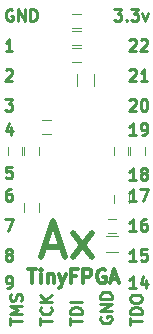
<source format=gbr>
%TF.GenerationSoftware,KiCad,Pcbnew,(5.1.9)-1*%
%TF.CreationDate,2021-07-11T13:39:41+02:00*%
%TF.ProjectId,TinyFPGA-A,54696e79-4650-4474-912d-412e6b696361,rev?*%
%TF.SameCoordinates,Original*%
%TF.FileFunction,Legend,Top*%
%TF.FilePolarity,Positive*%
%FSLAX46Y46*%
G04 Gerber Fmt 4.6, Leading zero omitted, Abs format (unit mm)*
G04 Created by KiCad (PCBNEW (5.1.9)-1) date 2021-07-11 13:39:41*
%MOMM*%
%LPD*%
G01*
G04 APERTURE LIST*
%ADD10C,0.500000*%
%ADD11C,0.300000*%
%ADD12C,0.250000*%
%ADD13C,0.120000*%
G04 APERTURE END LIST*
D10*
X86209428Y-138930000D02*
X87638000Y-138930000D01*
X85923714Y-139787142D02*
X86923714Y-136787142D01*
X87923714Y-139787142D01*
X88638000Y-139787142D02*
X90209428Y-137787142D01*
X88638000Y-137787142D02*
X90209428Y-139787142D01*
D11*
X84792857Y-140842857D02*
X85478571Y-140842857D01*
X85135714Y-142042857D02*
X85135714Y-140842857D01*
X85878571Y-142042857D02*
X85878571Y-141242857D01*
X85878571Y-140842857D02*
X85821428Y-140900000D01*
X85878571Y-140957142D01*
X85935714Y-140900000D01*
X85878571Y-140842857D01*
X85878571Y-140957142D01*
X86450000Y-141242857D02*
X86450000Y-142042857D01*
X86450000Y-141357142D02*
X86507142Y-141300000D01*
X86621428Y-141242857D01*
X86792857Y-141242857D01*
X86907142Y-141300000D01*
X86964285Y-141414285D01*
X86964285Y-142042857D01*
X87421428Y-141242857D02*
X87707142Y-142042857D01*
X87992857Y-141242857D02*
X87707142Y-142042857D01*
X87592857Y-142328571D01*
X87535714Y-142385714D01*
X87421428Y-142442857D01*
X88850000Y-141414285D02*
X88450000Y-141414285D01*
X88450000Y-142042857D02*
X88450000Y-140842857D01*
X89021428Y-140842857D01*
X89478571Y-142042857D02*
X89478571Y-140842857D01*
X89935714Y-140842857D01*
X90050000Y-140900000D01*
X90107142Y-140957142D01*
X90164285Y-141071428D01*
X90164285Y-141242857D01*
X90107142Y-141357142D01*
X90050000Y-141414285D01*
X89935714Y-141471428D01*
X89478571Y-141471428D01*
X91307142Y-140900000D02*
X91192857Y-140842857D01*
X91021428Y-140842857D01*
X90850000Y-140900000D01*
X90735714Y-141014285D01*
X90678571Y-141128571D01*
X90621428Y-141357142D01*
X90621428Y-141528571D01*
X90678571Y-141757142D01*
X90735714Y-141871428D01*
X90850000Y-141985714D01*
X91021428Y-142042857D01*
X91135714Y-142042857D01*
X91307142Y-141985714D01*
X91364285Y-141928571D01*
X91364285Y-141528571D01*
X91135714Y-141528571D01*
X91821428Y-141700000D02*
X92392857Y-141700000D01*
X91707142Y-142042857D02*
X92107142Y-140842857D01*
X92507142Y-142042857D01*
D12*
X93373214Y-121467619D02*
X93420833Y-121420000D01*
X93516071Y-121372380D01*
X93754166Y-121372380D01*
X93849404Y-121420000D01*
X93897023Y-121467619D01*
X93944642Y-121562857D01*
X93944642Y-121658095D01*
X93897023Y-121800952D01*
X93325595Y-122372380D01*
X93944642Y-122372380D01*
X94325595Y-121467619D02*
X94373214Y-121420000D01*
X94468452Y-121372380D01*
X94706547Y-121372380D01*
X94801785Y-121420000D01*
X94849404Y-121467619D01*
X94897023Y-121562857D01*
X94897023Y-121658095D01*
X94849404Y-121800952D01*
X94277976Y-122372380D01*
X94897023Y-122372380D01*
X93373214Y-124007619D02*
X93420833Y-123960000D01*
X93516071Y-123912380D01*
X93754166Y-123912380D01*
X93849404Y-123960000D01*
X93897023Y-124007619D01*
X93944642Y-124102857D01*
X93944642Y-124198095D01*
X93897023Y-124340952D01*
X93325595Y-124912380D01*
X93944642Y-124912380D01*
X94897023Y-124912380D02*
X94325595Y-124912380D01*
X94611309Y-124912380D02*
X94611309Y-123912380D01*
X94516071Y-124055238D01*
X94420833Y-124150476D01*
X94325595Y-124198095D01*
X93373214Y-126547619D02*
X93420833Y-126500000D01*
X93516071Y-126452380D01*
X93754166Y-126452380D01*
X93849404Y-126500000D01*
X93897023Y-126547619D01*
X93944642Y-126642857D01*
X93944642Y-126738095D01*
X93897023Y-126880952D01*
X93325595Y-127452380D01*
X93944642Y-127452380D01*
X94563690Y-126452380D02*
X94658928Y-126452380D01*
X94754166Y-126500000D01*
X94801785Y-126547619D01*
X94849404Y-126642857D01*
X94897023Y-126833333D01*
X94897023Y-127071428D01*
X94849404Y-127261904D01*
X94801785Y-127357142D01*
X94754166Y-127404761D01*
X94658928Y-127452380D01*
X94563690Y-127452380D01*
X94468452Y-127404761D01*
X94420833Y-127357142D01*
X94373214Y-127261904D01*
X94325595Y-127071428D01*
X94325595Y-126833333D01*
X94373214Y-126642857D01*
X94420833Y-126547619D01*
X94468452Y-126500000D01*
X94563690Y-126452380D01*
X93944642Y-129484380D02*
X93373214Y-129484380D01*
X93658928Y-129484380D02*
X93658928Y-128484380D01*
X93563690Y-128627238D01*
X93468452Y-128722476D01*
X93373214Y-128770095D01*
X94420833Y-129484380D02*
X94611309Y-129484380D01*
X94706547Y-129436761D01*
X94754166Y-129389142D01*
X94849404Y-129246285D01*
X94897023Y-129055809D01*
X94897023Y-128674857D01*
X94849404Y-128579619D01*
X94801785Y-128532000D01*
X94706547Y-128484380D01*
X94516071Y-128484380D01*
X94420833Y-128532000D01*
X94373214Y-128579619D01*
X94325595Y-128674857D01*
X94325595Y-128912952D01*
X94373214Y-129008190D01*
X94420833Y-129055809D01*
X94516071Y-129103428D01*
X94706547Y-129103428D01*
X94801785Y-129055809D01*
X94849404Y-129008190D01*
X94897023Y-128912952D01*
X93944642Y-133294380D02*
X93373214Y-133294380D01*
X93658928Y-133294380D02*
X93658928Y-132294380D01*
X93563690Y-132437238D01*
X93468452Y-132532476D01*
X93373214Y-132580095D01*
X94516071Y-132722952D02*
X94420833Y-132675333D01*
X94373214Y-132627714D01*
X94325595Y-132532476D01*
X94325595Y-132484857D01*
X94373214Y-132389619D01*
X94420833Y-132342000D01*
X94516071Y-132294380D01*
X94706547Y-132294380D01*
X94801785Y-132342000D01*
X94849404Y-132389619D01*
X94897023Y-132484857D01*
X94897023Y-132532476D01*
X94849404Y-132627714D01*
X94801785Y-132675333D01*
X94706547Y-132722952D01*
X94516071Y-132722952D01*
X94420833Y-132770571D01*
X94373214Y-132818190D01*
X94325595Y-132913428D01*
X94325595Y-133103904D01*
X94373214Y-133199142D01*
X94420833Y-133246761D01*
X94516071Y-133294380D01*
X94706547Y-133294380D01*
X94801785Y-133246761D01*
X94849404Y-133199142D01*
X94897023Y-133103904D01*
X94897023Y-132913428D01*
X94849404Y-132818190D01*
X94801785Y-132770571D01*
X94706547Y-132722952D01*
X93944642Y-135072380D02*
X93373214Y-135072380D01*
X93658928Y-135072380D02*
X93658928Y-134072380D01*
X93563690Y-134215238D01*
X93468452Y-134310476D01*
X93373214Y-134358095D01*
X94277976Y-134072380D02*
X94944642Y-134072380D01*
X94516071Y-135072380D01*
X93944642Y-137612380D02*
X93373214Y-137612380D01*
X93658928Y-137612380D02*
X93658928Y-136612380D01*
X93563690Y-136755238D01*
X93468452Y-136850476D01*
X93373214Y-136898095D01*
X94801785Y-136612380D02*
X94611309Y-136612380D01*
X94516071Y-136660000D01*
X94468452Y-136707619D01*
X94373214Y-136850476D01*
X94325595Y-137040952D01*
X94325595Y-137421904D01*
X94373214Y-137517142D01*
X94420833Y-137564761D01*
X94516071Y-137612380D01*
X94706547Y-137612380D01*
X94801785Y-137564761D01*
X94849404Y-137517142D01*
X94897023Y-137421904D01*
X94897023Y-137183809D01*
X94849404Y-137088571D01*
X94801785Y-137040952D01*
X94706547Y-136993333D01*
X94516071Y-136993333D01*
X94420833Y-137040952D01*
X94373214Y-137088571D01*
X94325595Y-137183809D01*
X93944642Y-140152380D02*
X93373214Y-140152380D01*
X93658928Y-140152380D02*
X93658928Y-139152380D01*
X93563690Y-139295238D01*
X93468452Y-139390476D01*
X93373214Y-139438095D01*
X94849404Y-139152380D02*
X94373214Y-139152380D01*
X94325595Y-139628571D01*
X94373214Y-139580952D01*
X94468452Y-139533333D01*
X94706547Y-139533333D01*
X94801785Y-139580952D01*
X94849404Y-139628571D01*
X94897023Y-139723809D01*
X94897023Y-139961904D01*
X94849404Y-140057142D01*
X94801785Y-140104761D01*
X94706547Y-140152380D01*
X94468452Y-140152380D01*
X94373214Y-140104761D01*
X94325595Y-140057142D01*
X93944642Y-142438380D02*
X93373214Y-142438380D01*
X93658928Y-142438380D02*
X93658928Y-141438380D01*
X93563690Y-141581238D01*
X93468452Y-141676476D01*
X93373214Y-141724095D01*
X94801785Y-141771714D02*
X94801785Y-142438380D01*
X94563690Y-141390761D02*
X94325595Y-142105047D01*
X94944642Y-142105047D01*
X92087500Y-118832380D02*
X92706547Y-118832380D01*
X92373214Y-119213333D01*
X92516071Y-119213333D01*
X92611309Y-119260952D01*
X92658928Y-119308571D01*
X92706547Y-119403809D01*
X92706547Y-119641904D01*
X92658928Y-119737142D01*
X92611309Y-119784761D01*
X92516071Y-119832380D01*
X92230357Y-119832380D01*
X92135119Y-119784761D01*
X92087500Y-119737142D01*
X93135119Y-119737142D02*
X93182738Y-119784761D01*
X93135119Y-119832380D01*
X93087500Y-119784761D01*
X93135119Y-119737142D01*
X93135119Y-119832380D01*
X93516071Y-118832380D02*
X94135119Y-118832380D01*
X93801785Y-119213333D01*
X93944642Y-119213333D01*
X94039880Y-119260952D01*
X94087500Y-119308571D01*
X94135119Y-119403809D01*
X94135119Y-119641904D01*
X94087500Y-119737142D01*
X94039880Y-119784761D01*
X93944642Y-119832380D01*
X93658928Y-119832380D01*
X93563690Y-119784761D01*
X93516071Y-119737142D01*
X94468452Y-119165714D02*
X94706547Y-119832380D01*
X94944642Y-119165714D01*
X93432380Y-145538261D02*
X93432380Y-144966833D01*
X94432380Y-145252547D02*
X93432380Y-145252547D01*
X94432380Y-144633500D02*
X93432380Y-144633500D01*
X93432380Y-144395404D01*
X93480000Y-144252547D01*
X93575238Y-144157309D01*
X93670476Y-144109690D01*
X93860952Y-144062071D01*
X94003809Y-144062071D01*
X94194285Y-144109690D01*
X94289523Y-144157309D01*
X94384761Y-144252547D01*
X94432380Y-144395404D01*
X94432380Y-144633500D01*
X93432380Y-143443023D02*
X93432380Y-143252547D01*
X93480000Y-143157309D01*
X93575238Y-143062071D01*
X93765714Y-143014452D01*
X94099047Y-143014452D01*
X94289523Y-143062071D01*
X94384761Y-143157309D01*
X94432380Y-143252547D01*
X94432380Y-143443023D01*
X94384761Y-143538261D01*
X94289523Y-143633500D01*
X94099047Y-143681119D01*
X93765714Y-143681119D01*
X93575238Y-143633500D01*
X93480000Y-143538261D01*
X93432380Y-143443023D01*
X90940000Y-144871595D02*
X90892380Y-144966833D01*
X90892380Y-145109690D01*
X90940000Y-145252547D01*
X91035238Y-145347785D01*
X91130476Y-145395404D01*
X91320952Y-145443023D01*
X91463809Y-145443023D01*
X91654285Y-145395404D01*
X91749523Y-145347785D01*
X91844761Y-145252547D01*
X91892380Y-145109690D01*
X91892380Y-145014452D01*
X91844761Y-144871595D01*
X91797142Y-144823976D01*
X91463809Y-144823976D01*
X91463809Y-145014452D01*
X91892380Y-144395404D02*
X90892380Y-144395404D01*
X91892380Y-143823976D01*
X90892380Y-143823976D01*
X91892380Y-143347785D02*
X90892380Y-143347785D01*
X90892380Y-143109690D01*
X90940000Y-142966833D01*
X91035238Y-142871595D01*
X91130476Y-142823976D01*
X91320952Y-142776357D01*
X91463809Y-142776357D01*
X91654285Y-142823976D01*
X91749523Y-142871595D01*
X91844761Y-142966833D01*
X91892380Y-143109690D01*
X91892380Y-143347785D01*
X88352380Y-145538261D02*
X88352380Y-144966833D01*
X89352380Y-145252547D02*
X88352380Y-145252547D01*
X89352380Y-144633500D02*
X88352380Y-144633500D01*
X88352380Y-144395404D01*
X88400000Y-144252547D01*
X88495238Y-144157309D01*
X88590476Y-144109690D01*
X88780952Y-144062071D01*
X88923809Y-144062071D01*
X89114285Y-144109690D01*
X89209523Y-144157309D01*
X89304761Y-144252547D01*
X89352380Y-144395404D01*
X89352380Y-144633500D01*
X89352380Y-143633500D02*
X88352380Y-143633500D01*
X85812380Y-145538261D02*
X85812380Y-144966833D01*
X86812380Y-145252547D02*
X85812380Y-145252547D01*
X86717142Y-144062071D02*
X86764761Y-144109690D01*
X86812380Y-144252547D01*
X86812380Y-144347785D01*
X86764761Y-144490642D01*
X86669523Y-144585880D01*
X86574285Y-144633500D01*
X86383809Y-144681119D01*
X86240952Y-144681119D01*
X86050476Y-144633500D01*
X85955238Y-144585880D01*
X85860000Y-144490642D01*
X85812380Y-144347785D01*
X85812380Y-144252547D01*
X85860000Y-144109690D01*
X85907619Y-144062071D01*
X86812380Y-143633500D02*
X85812380Y-143633500D01*
X86812380Y-143062071D02*
X86240952Y-143490642D01*
X85812380Y-143062071D02*
X86383809Y-143633500D01*
X83272380Y-145538261D02*
X83272380Y-144966833D01*
X84272380Y-145252547D02*
X83272380Y-145252547D01*
X84272380Y-144633500D02*
X83272380Y-144633500D01*
X83986666Y-144300166D01*
X83272380Y-143966833D01*
X84272380Y-143966833D01*
X84224761Y-143538261D02*
X84272380Y-143395404D01*
X84272380Y-143157309D01*
X84224761Y-143062071D01*
X84177142Y-143014452D01*
X84081904Y-142966833D01*
X83986666Y-142966833D01*
X83891428Y-143014452D01*
X83843809Y-143062071D01*
X83796190Y-143157309D01*
X83748571Y-143347785D01*
X83700952Y-143443023D01*
X83653333Y-143490642D01*
X83558095Y-143538261D01*
X83462857Y-143538261D01*
X83367619Y-143490642D01*
X83320000Y-143443023D01*
X83272380Y-143347785D01*
X83272380Y-143109690D01*
X83320000Y-142966833D01*
X82998214Y-142438380D02*
X83188690Y-142438380D01*
X83283928Y-142390761D01*
X83331547Y-142343142D01*
X83426785Y-142200285D01*
X83474404Y-142009809D01*
X83474404Y-141628857D01*
X83426785Y-141533619D01*
X83379166Y-141486000D01*
X83283928Y-141438380D01*
X83093452Y-141438380D01*
X82998214Y-141486000D01*
X82950595Y-141533619D01*
X82902976Y-141628857D01*
X82902976Y-141866952D01*
X82950595Y-141962190D01*
X82998214Y-142009809D01*
X83093452Y-142057428D01*
X83283928Y-142057428D01*
X83379166Y-142009809D01*
X83426785Y-141962190D01*
X83474404Y-141866952D01*
X83093452Y-139580952D02*
X82998214Y-139533333D01*
X82950595Y-139485714D01*
X82902976Y-139390476D01*
X82902976Y-139342857D01*
X82950595Y-139247619D01*
X82998214Y-139200000D01*
X83093452Y-139152380D01*
X83283928Y-139152380D01*
X83379166Y-139200000D01*
X83426785Y-139247619D01*
X83474404Y-139342857D01*
X83474404Y-139390476D01*
X83426785Y-139485714D01*
X83379166Y-139533333D01*
X83283928Y-139580952D01*
X83093452Y-139580952D01*
X82998214Y-139628571D01*
X82950595Y-139676190D01*
X82902976Y-139771428D01*
X82902976Y-139961904D01*
X82950595Y-140057142D01*
X82998214Y-140104761D01*
X83093452Y-140152380D01*
X83283928Y-140152380D01*
X83379166Y-140104761D01*
X83426785Y-140057142D01*
X83474404Y-139961904D01*
X83474404Y-139771428D01*
X83426785Y-139676190D01*
X83379166Y-139628571D01*
X83283928Y-139580952D01*
X82855357Y-136612380D02*
X83522023Y-136612380D01*
X83093452Y-137612380D01*
X83379166Y-134072380D02*
X83188690Y-134072380D01*
X83093452Y-134120000D01*
X83045833Y-134167619D01*
X82950595Y-134310476D01*
X82902976Y-134500952D01*
X82902976Y-134881904D01*
X82950595Y-134977142D01*
X82998214Y-135024761D01*
X83093452Y-135072380D01*
X83283928Y-135072380D01*
X83379166Y-135024761D01*
X83426785Y-134977142D01*
X83474404Y-134881904D01*
X83474404Y-134643809D01*
X83426785Y-134548571D01*
X83379166Y-134500952D01*
X83283928Y-134453333D01*
X83093452Y-134453333D01*
X82998214Y-134500952D01*
X82950595Y-134548571D01*
X82902976Y-134643809D01*
X83426785Y-132167380D02*
X82950595Y-132167380D01*
X82902976Y-132643571D01*
X82950595Y-132595952D01*
X83045833Y-132548333D01*
X83283928Y-132548333D01*
X83379166Y-132595952D01*
X83426785Y-132643571D01*
X83474404Y-132738809D01*
X83474404Y-132976904D01*
X83426785Y-133072142D01*
X83379166Y-133119761D01*
X83283928Y-133167380D01*
X83045833Y-133167380D01*
X82950595Y-133119761D01*
X82902976Y-133072142D01*
X83379166Y-128817714D02*
X83379166Y-129484380D01*
X83141071Y-128436761D02*
X82902976Y-129151047D01*
X83522023Y-129151047D01*
X82855357Y-126452380D02*
X83474404Y-126452380D01*
X83141071Y-126833333D01*
X83283928Y-126833333D01*
X83379166Y-126880952D01*
X83426785Y-126928571D01*
X83474404Y-127023809D01*
X83474404Y-127261904D01*
X83426785Y-127357142D01*
X83379166Y-127404761D01*
X83283928Y-127452380D01*
X82998214Y-127452380D01*
X82902976Y-127404761D01*
X82855357Y-127357142D01*
X82902976Y-124007619D02*
X82950595Y-123960000D01*
X83045833Y-123912380D01*
X83283928Y-123912380D01*
X83379166Y-123960000D01*
X83426785Y-124007619D01*
X83474404Y-124102857D01*
X83474404Y-124198095D01*
X83426785Y-124340952D01*
X82855357Y-124912380D01*
X83474404Y-124912380D01*
X83474404Y-122372380D02*
X82902976Y-122372380D01*
X83188690Y-122372380D02*
X83188690Y-121372380D01*
X83093452Y-121515238D01*
X82998214Y-121610476D01*
X82902976Y-121658095D01*
X83474404Y-118880000D02*
X83379166Y-118832380D01*
X83236309Y-118832380D01*
X83093452Y-118880000D01*
X82998214Y-118975238D01*
X82950595Y-119070476D01*
X82902976Y-119260952D01*
X82902976Y-119403809D01*
X82950595Y-119594285D01*
X82998214Y-119689523D01*
X83093452Y-119784761D01*
X83236309Y-119832380D01*
X83331547Y-119832380D01*
X83474404Y-119784761D01*
X83522023Y-119737142D01*
X83522023Y-119403809D01*
X83331547Y-119403809D01*
X83950595Y-119832380D02*
X83950595Y-118832380D01*
X84522023Y-119832380D01*
X84522023Y-118832380D01*
X84998214Y-119832380D02*
X84998214Y-118832380D01*
X85236309Y-118832380D01*
X85379166Y-118880000D01*
X85474404Y-118975238D01*
X85522023Y-119070476D01*
X85569642Y-119260952D01*
X85569642Y-119403809D01*
X85522023Y-119594285D01*
X85474404Y-119689523D01*
X85379166Y-119784761D01*
X85236309Y-119832380D01*
X84998214Y-119832380D01*
D13*
%TO.C,C2*%
X88550000Y-120685000D02*
X89250000Y-120685000D01*
X89250000Y-121885000D02*
X88550000Y-121885000D01*
%TO.C,C4*%
X84293000Y-130523500D02*
X84293000Y-131223500D01*
X83093000Y-131223500D02*
X83093000Y-130523500D01*
%TO.C,C8*%
X86010000Y-128178000D02*
X86710000Y-128178000D01*
X86710000Y-129378000D02*
X86010000Y-129378000D01*
%TO.C,C9*%
X93259200Y-130523500D02*
X93259200Y-131223500D01*
X92059200Y-131223500D02*
X92059200Y-130523500D01*
%TO.C,C10*%
X94656200Y-130523500D02*
X94656200Y-131223500D01*
X93456200Y-131223500D02*
X93456200Y-130523500D01*
%TO.C,C11*%
X92110000Y-135287500D02*
X92110000Y-134587500D01*
X93310000Y-134587500D02*
X93310000Y-135287500D01*
%TO.C,R1*%
X91384500Y-138004000D02*
X92384500Y-138004000D01*
X92384500Y-139364000D02*
X91384500Y-139364000D01*
%TO.C,C1*%
X88550000Y-119224500D02*
X89250000Y-119224500D01*
X89250000Y-120424500D02*
X88550000Y-120424500D01*
%TO.C,C3*%
X88550000Y-122145500D02*
X89250000Y-122145500D01*
X89250000Y-123345500D02*
X88550000Y-123345500D01*
%TO.C,C5*%
X85690000Y-130523500D02*
X85690000Y-131223500D01*
X84490000Y-131223500D02*
X84490000Y-130523500D01*
%TO.C,C6*%
X92234500Y-137823500D02*
X91534500Y-137823500D01*
X91534500Y-136623500D02*
X92234500Y-136623500D01*
%TO.C,C7*%
X84490000Y-135986000D02*
X84490000Y-135286000D01*
X85690000Y-135286000D02*
X85690000Y-135986000D01*
%TO.C,L1*%
X88982000Y-125341000D02*
X88982000Y-124341000D01*
X90342000Y-124341000D02*
X90342000Y-125341000D01*
%TD*%
M02*

</source>
